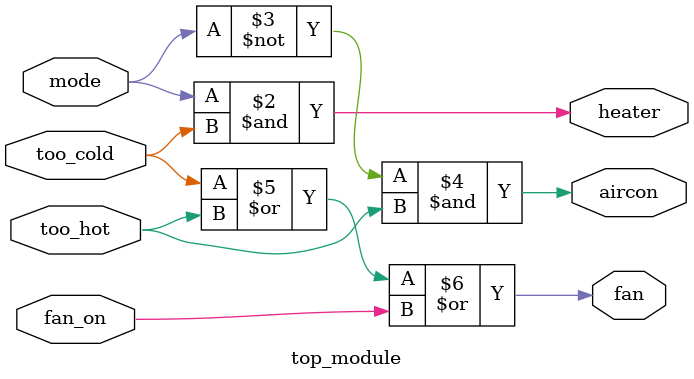
<source format=sv>
module top_module(
	input mode,
	input too_cold, 
	input too_hot,
	input fan_on,
	output reg heater,
	output reg aircon,
	output reg fan
);

    always @(*) begin
        // Heater control logic
        heater = mode & too_cold;

        // Air conditioner control logic
        aircon = ~mode & too_hot;

        // Fan control logic
        fan = too_cold | too_hot | fan_on;
    end

endmodule

</source>
